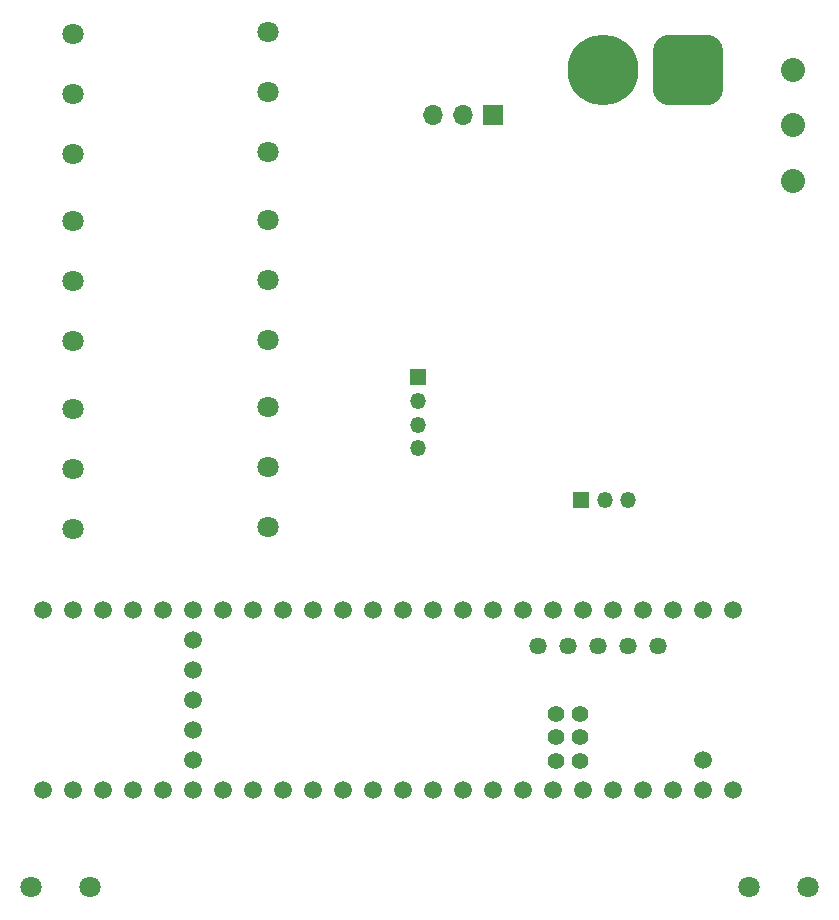
<source format=gbr>
%TF.GenerationSoftware,KiCad,Pcbnew,7.0.7*%
%TF.CreationDate,2024-02-11T13:41:50-05:00*%
%TF.ProjectId,Frosti,46726f73-7469-42e6-9b69-6361645f7063,rev?*%
%TF.SameCoordinates,Original*%
%TF.FileFunction,Soldermask,Bot*%
%TF.FilePolarity,Negative*%
%FSLAX46Y46*%
G04 Gerber Fmt 4.6, Leading zero omitted, Abs format (unit mm)*
G04 Created by KiCad (PCBNEW 7.0.7) date 2024-02-11 13:41:50*
%MOMM*%
%LPD*%
G01*
G04 APERTURE LIST*
G04 Aperture macros list*
%AMRoundRect*
0 Rectangle with rounded corners*
0 $1 Rounding radius*
0 $2 $3 $4 $5 $6 $7 $8 $9 X,Y pos of 4 corners*
0 Add a 4 corners polygon primitive as box body*
4,1,4,$2,$3,$4,$5,$6,$7,$8,$9,$2,$3,0*
0 Add four circle primitives for the rounded corners*
1,1,$1+$1,$2,$3*
1,1,$1+$1,$4,$5*
1,1,$1+$1,$6,$7*
1,1,$1+$1,$8,$9*
0 Add four rect primitives between the rounded corners*
20,1,$1+$1,$2,$3,$4,$5,0*
20,1,$1+$1,$4,$5,$6,$7,0*
20,1,$1+$1,$6,$7,$8,$9,0*
20,1,$1+$1,$8,$9,$2,$3,0*%
G04 Aperture macros list end*
%ADD10C,1.803400*%
%ADD11R,1.700000X1.700000*%
%ADD12O,1.700000X1.700000*%
%ADD13R,1.350000X1.350000*%
%ADD14O,1.350000X1.350000*%
%ADD15C,1.512000*%
%ADD16C,1.462000*%
%ADD17C,1.412000*%
%ADD18C,2.032000*%
%ADD19RoundRect,1.500000X1.500000X1.500000X-1.500000X1.500000X-1.500000X-1.500000X1.500000X-1.500000X0*%
%ADD20C,6.000000*%
G04 APERTURE END LIST*
D10*
%TO.C,U5*%
X170815000Y-130810000D03*
X165815000Y-130810000D03*
%TD*%
D11*
%TO.C,Servo Motor*%
X144145000Y-65405000D03*
D12*
X141605000Y-65405000D03*
X139065000Y-65405000D03*
%TD*%
D10*
%TO.C,U11*%
X109980100Y-130810000D03*
X104980100Y-130810000D03*
%TD*%
%TO.C,U6*%
X108585000Y-68705000D03*
X108585000Y-63625000D03*
X108585000Y-58545000D03*
%TD*%
%TO.C,U2*%
X125095000Y-68580000D03*
X125095000Y-63500000D03*
X125095000Y-58420000D03*
%TD*%
%TO.C,U1*%
X125095000Y-84455000D03*
X125095000Y-79375000D03*
X125095000Y-74295000D03*
%TD*%
D13*
%TO.C,IMU*%
X137795000Y-87630000D03*
D14*
X137795000Y-89630000D03*
X137795000Y-91630000D03*
X137795000Y-93630000D03*
%TD*%
D15*
%TO.C,U14*%
X161925000Y-107315000D03*
X159385000Y-107315000D03*
X156845000Y-107315000D03*
X154305000Y-107315000D03*
X128905000Y-107315000D03*
X159385000Y-122555000D03*
X118745000Y-112395000D03*
X151765000Y-107315000D03*
X149225000Y-107315000D03*
D16*
X158115000Y-110365000D03*
D15*
X146685000Y-107315000D03*
X144145000Y-107315000D03*
X141605000Y-107315000D03*
X139065000Y-107315000D03*
X136525000Y-107315000D03*
X133985000Y-107315000D03*
X131445000Y-107315000D03*
X131445000Y-122555000D03*
X133985000Y-122555000D03*
X136525000Y-122555000D03*
X139065000Y-122555000D03*
X141605000Y-122555000D03*
X144145000Y-122555000D03*
X146685000Y-122555000D03*
X149225000Y-122555000D03*
X151765000Y-122555000D03*
X154305000Y-122555000D03*
X156845000Y-122555000D03*
X126365000Y-107315000D03*
X123825000Y-107315000D03*
X121285000Y-107315000D03*
X118745000Y-107315000D03*
X116205000Y-107315000D03*
X113665000Y-107315000D03*
X111125000Y-107315000D03*
X108585000Y-107315000D03*
X106045000Y-107315000D03*
X106045000Y-122555000D03*
X108585000Y-122555000D03*
X111125000Y-122555000D03*
X113665000Y-122555000D03*
X116205000Y-122555000D03*
X118745000Y-122555000D03*
X121285000Y-122555000D03*
X123825000Y-122555000D03*
X126365000Y-122555000D03*
D16*
X153035000Y-110365000D03*
X155575000Y-110365000D03*
D15*
X164465000Y-107315000D03*
X128905000Y-122555000D03*
X161925000Y-122555000D03*
X118745000Y-114935000D03*
D17*
X149495000Y-118105000D03*
X151495000Y-118105000D03*
D15*
X118745000Y-120015000D03*
X118745000Y-117475000D03*
D17*
X151495000Y-120105000D03*
X149495000Y-120105000D03*
X149495000Y-116105000D03*
X151495000Y-116105000D03*
D16*
X150495000Y-110365000D03*
X147955000Y-110365000D03*
D15*
X118745000Y-109855000D03*
X164465000Y-122555000D03*
X161925000Y-120015000D03*
%TD*%
D18*
%TO.C,SW2*%
X169545000Y-70995001D03*
X169545000Y-66295000D03*
X169545000Y-61595000D03*
%TD*%
D10*
%TO.C,U3*%
X125095000Y-100330000D03*
X125095000Y-95250000D03*
X125095000Y-90170000D03*
%TD*%
D19*
%TO.C,GND1*%
X160655000Y-61595000D03*
D20*
X153455000Y-61595000D03*
%TD*%
D10*
%TO.C,U8*%
X108585000Y-100455000D03*
X108585000Y-95375000D03*
X108585000Y-90295000D03*
%TD*%
D13*
%TO.C,Start Module*%
X151575000Y-97965000D03*
D14*
X153575000Y-97965000D03*
X155575000Y-97965000D03*
%TD*%
D10*
%TO.C,U7*%
X108585000Y-84580000D03*
X108585000Y-79500000D03*
X108585000Y-74420000D03*
%TD*%
M02*

</source>
